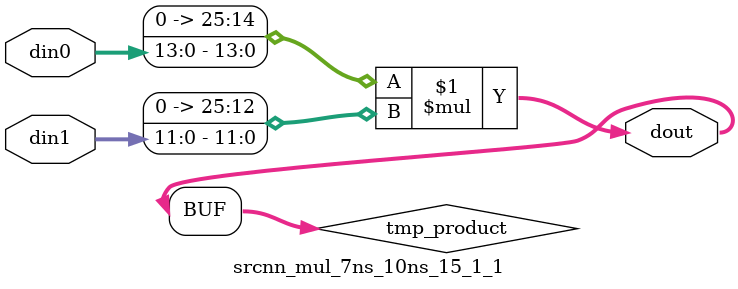
<source format=v>

`timescale 1 ns / 1 ps

  module srcnn_mul_7ns_10ns_15_1_1(din0, din1, dout);
parameter ID = 1;
parameter NUM_STAGE = 0;
parameter din0_WIDTH = 14;
parameter din1_WIDTH = 12;
parameter dout_WIDTH = 26;

input [din0_WIDTH - 1 : 0] din0; 
input [din1_WIDTH - 1 : 0] din1; 
output [dout_WIDTH - 1 : 0] dout;

wire signed [dout_WIDTH - 1 : 0] tmp_product;










assign tmp_product = $signed({1'b0, din0}) * $signed({1'b0, din1});











assign dout = tmp_product;







endmodule

</source>
